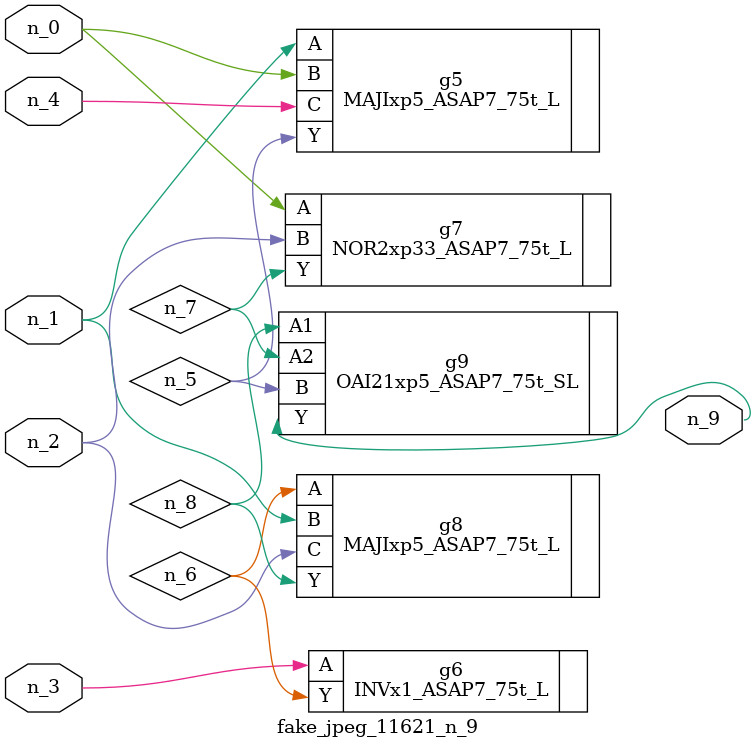
<source format=v>
module fake_jpeg_11621_n_9 (n_3, n_2, n_1, n_0, n_4, n_9);

input n_3;
input n_2;
input n_1;
input n_0;
input n_4;

output n_9;

wire n_8;
wire n_6;
wire n_5;
wire n_7;

MAJIxp5_ASAP7_75t_L g5 ( 
.A(n_1),
.B(n_0),
.C(n_4),
.Y(n_5)
);

INVx1_ASAP7_75t_L g6 ( 
.A(n_3),
.Y(n_6)
);

NOR2xp33_ASAP7_75t_L g7 ( 
.A(n_0),
.B(n_2),
.Y(n_7)
);

MAJIxp5_ASAP7_75t_L g8 ( 
.A(n_6),
.B(n_1),
.C(n_2),
.Y(n_8)
);

OAI21xp5_ASAP7_75t_SL g9 ( 
.A1(n_8),
.A2(n_7),
.B(n_5),
.Y(n_9)
);


endmodule
</source>
